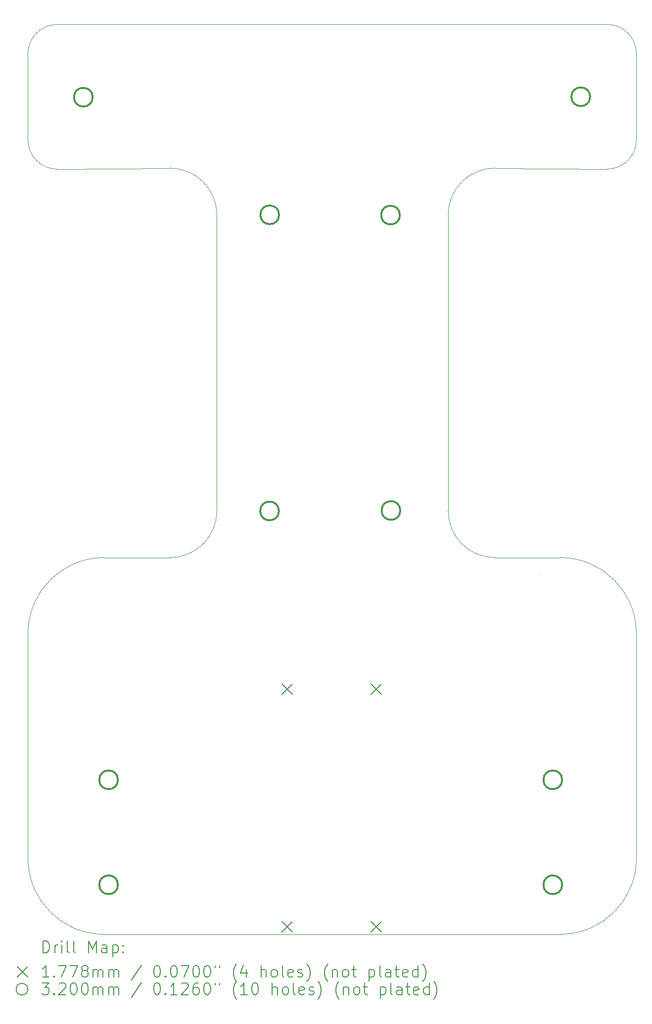
<source format=gbr>
%TF.GenerationSoftware,KiCad,Pcbnew,7.0.7*%
%TF.CreationDate,2024-02-09T12:41:04+08:00*%
%TF.ProjectId,lekirbotv2,6c656b69-7262-46f7-9476-322e6b696361,rev?*%
%TF.SameCoordinates,Original*%
%TF.FileFunction,Drillmap*%
%TF.FilePolarity,Positive*%
%FSLAX45Y45*%
G04 Gerber Fmt 4.5, Leading zero omitted, Abs format (unit mm)*
G04 Created by KiCad (PCBNEW 7.0.7) date 2024-02-09 12:41:04*
%MOMM*%
%LPD*%
G01*
G04 APERTURE LIST*
%ADD10C,0.050000*%
%ADD11C,0.200000*%
%ADD12C,0.177800*%
%ADD13C,0.320000*%
G04 APERTURE END LIST*
D10*
X7279680Y-6585104D02*
G75*
G03*
X6472984Y-5785132I-800003J-3D01*
G01*
X6479680Y-12447685D02*
X5346260Y-12447685D01*
X14460220Y-13747685D02*
X14460220Y-17591685D01*
X4046260Y-17591685D02*
G75*
G03*
X5346260Y-18891685I1300000J0D01*
G01*
X4546220Y-3327300D02*
X13960220Y-3327300D01*
X13160220Y-18891685D02*
X5346260Y-18891685D01*
X7279680Y-10320000D02*
X7279680Y-6585104D01*
X14460220Y-3827300D02*
G75*
G03*
X13960220Y-3327300I-500000J0D01*
G01*
X4546220Y-3327300D02*
G75*
G03*
X4046220Y-3827300I0J-500000D01*
G01*
X14460225Y-13747685D02*
G75*
G03*
X13160220Y-12447685I-1300005J-5D01*
G01*
X11237000Y-10320000D02*
X11237000Y-11647685D01*
X5346260Y-12447685D02*
G75*
G03*
X4046260Y-13747685I0J-1300000D01*
G01*
X13160220Y-18891685D02*
G75*
G03*
X14460220Y-17591685I0J1300000D01*
G01*
X11237005Y-11647685D02*
G75*
G03*
X12037000Y-12447685I799995J-5D01*
G01*
X14460220Y-3827300D02*
X14460220Y-5301260D01*
X4046220Y-5301260D02*
X4046220Y-3827300D01*
X12821960Y-12732165D02*
G75*
G03*
X12821960Y-12732165I0J0D01*
G01*
X4546220Y-5801260D02*
X6472984Y-5785132D01*
X12043721Y-5785158D02*
G75*
G03*
X11237000Y-6585130I-6721J-799972D01*
G01*
X6479680Y-12447685D02*
G75*
G03*
X7279680Y-11647685I0J800000D01*
G01*
X12043721Y-5785158D02*
X13960220Y-5801260D01*
X13960220Y-5801260D02*
G75*
G03*
X14460220Y-5301260I0J500000D01*
G01*
X7279680Y-10320000D02*
X7279680Y-11647685D01*
X4046220Y-5301260D02*
G75*
G03*
X4546220Y-5801260I500000J0D01*
G01*
X13160220Y-12447685D02*
X12037000Y-12447685D01*
X4046260Y-17591685D02*
X4046260Y-13747685D01*
X11237000Y-10320000D02*
X11237000Y-6585130D01*
D11*
D12*
X8394740Y-14611785D02*
X8572540Y-14789585D01*
X8572540Y-14611785D02*
X8394740Y-14789585D01*
X8394740Y-18675785D02*
X8572540Y-18853585D01*
X8572540Y-18675785D02*
X8394740Y-18853585D01*
X9918740Y-14611785D02*
X10096540Y-14789585D01*
X10096540Y-14611785D02*
X9918740Y-14789585D01*
X9918740Y-18675785D02*
X10096540Y-18853585D01*
X10096540Y-18675785D02*
X9918740Y-18853585D01*
D13*
X5153680Y-4571880D02*
G75*
G03*
X5153680Y-4571880I-160000J0D01*
G01*
X5586710Y-16249565D02*
G75*
G03*
X5586710Y-16249565I-160000J0D01*
G01*
X5586710Y-18045345D02*
G75*
G03*
X5586710Y-18045345I-160000J0D01*
G01*
X8341380Y-11650125D02*
G75*
G03*
X8341380Y-11650125I-160000J0D01*
G01*
X8343920Y-6583560D02*
G75*
G03*
X8343920Y-6583560I-160000J0D01*
G01*
X10411480Y-6588640D02*
G75*
G03*
X10411480Y-6588640I-160000J0D01*
G01*
X10419100Y-11642505D02*
G75*
G03*
X10419100Y-11642505I-160000J0D01*
G01*
X13188930Y-16249565D02*
G75*
G03*
X13188930Y-16249565I-160000J0D01*
G01*
X13188930Y-18045345D02*
G75*
G03*
X13188930Y-18045345I-160000J0D01*
G01*
X13667760Y-4564260D02*
G75*
G03*
X13667760Y-4564260I-160000J0D01*
G01*
D11*
X4304497Y-19205669D02*
X4304497Y-19005669D01*
X4304497Y-19005669D02*
X4352116Y-19005669D01*
X4352116Y-19005669D02*
X4380687Y-19015193D01*
X4380687Y-19015193D02*
X4399735Y-19034240D01*
X4399735Y-19034240D02*
X4409259Y-19053288D01*
X4409259Y-19053288D02*
X4418783Y-19091383D01*
X4418783Y-19091383D02*
X4418783Y-19119955D01*
X4418783Y-19119955D02*
X4409259Y-19158050D01*
X4409259Y-19158050D02*
X4399735Y-19177097D01*
X4399735Y-19177097D02*
X4380687Y-19196145D01*
X4380687Y-19196145D02*
X4352116Y-19205669D01*
X4352116Y-19205669D02*
X4304497Y-19205669D01*
X4504497Y-19205669D02*
X4504497Y-19072336D01*
X4504497Y-19110431D02*
X4514021Y-19091383D01*
X4514021Y-19091383D02*
X4523544Y-19081859D01*
X4523544Y-19081859D02*
X4542592Y-19072336D01*
X4542592Y-19072336D02*
X4561640Y-19072336D01*
X4628306Y-19205669D02*
X4628306Y-19072336D01*
X4628306Y-19005669D02*
X4618783Y-19015193D01*
X4618783Y-19015193D02*
X4628306Y-19024717D01*
X4628306Y-19024717D02*
X4637830Y-19015193D01*
X4637830Y-19015193D02*
X4628306Y-19005669D01*
X4628306Y-19005669D02*
X4628306Y-19024717D01*
X4752116Y-19205669D02*
X4733068Y-19196145D01*
X4733068Y-19196145D02*
X4723544Y-19177097D01*
X4723544Y-19177097D02*
X4723544Y-19005669D01*
X4856878Y-19205669D02*
X4837830Y-19196145D01*
X4837830Y-19196145D02*
X4828306Y-19177097D01*
X4828306Y-19177097D02*
X4828306Y-19005669D01*
X5085449Y-19205669D02*
X5085449Y-19005669D01*
X5085449Y-19005669D02*
X5152116Y-19148526D01*
X5152116Y-19148526D02*
X5218783Y-19005669D01*
X5218783Y-19005669D02*
X5218783Y-19205669D01*
X5399735Y-19205669D02*
X5399735Y-19100907D01*
X5399735Y-19100907D02*
X5390211Y-19081859D01*
X5390211Y-19081859D02*
X5371164Y-19072336D01*
X5371164Y-19072336D02*
X5333068Y-19072336D01*
X5333068Y-19072336D02*
X5314021Y-19081859D01*
X5399735Y-19196145D02*
X5380687Y-19205669D01*
X5380687Y-19205669D02*
X5333068Y-19205669D01*
X5333068Y-19205669D02*
X5314021Y-19196145D01*
X5314021Y-19196145D02*
X5304497Y-19177097D01*
X5304497Y-19177097D02*
X5304497Y-19158050D01*
X5304497Y-19158050D02*
X5314021Y-19139002D01*
X5314021Y-19139002D02*
X5333068Y-19129478D01*
X5333068Y-19129478D02*
X5380687Y-19129478D01*
X5380687Y-19129478D02*
X5399735Y-19119955D01*
X5494973Y-19072336D02*
X5494973Y-19272336D01*
X5494973Y-19081859D02*
X5514021Y-19072336D01*
X5514021Y-19072336D02*
X5552116Y-19072336D01*
X5552116Y-19072336D02*
X5571164Y-19081859D01*
X5571164Y-19081859D02*
X5580687Y-19091383D01*
X5580687Y-19091383D02*
X5590211Y-19110431D01*
X5590211Y-19110431D02*
X5590211Y-19167574D01*
X5590211Y-19167574D02*
X5580687Y-19186621D01*
X5580687Y-19186621D02*
X5571164Y-19196145D01*
X5571164Y-19196145D02*
X5552116Y-19205669D01*
X5552116Y-19205669D02*
X5514021Y-19205669D01*
X5514021Y-19205669D02*
X5494973Y-19196145D01*
X5675925Y-19186621D02*
X5685449Y-19196145D01*
X5685449Y-19196145D02*
X5675925Y-19205669D01*
X5675925Y-19205669D02*
X5666402Y-19196145D01*
X5666402Y-19196145D02*
X5675925Y-19186621D01*
X5675925Y-19186621D02*
X5675925Y-19205669D01*
X5675925Y-19081859D02*
X5685449Y-19091383D01*
X5685449Y-19091383D02*
X5675925Y-19100907D01*
X5675925Y-19100907D02*
X5666402Y-19091383D01*
X5666402Y-19091383D02*
X5675925Y-19081859D01*
X5675925Y-19081859D02*
X5675925Y-19100907D01*
D12*
X3865920Y-19445285D02*
X4043720Y-19623085D01*
X4043720Y-19445285D02*
X3865920Y-19623085D01*
D11*
X4409259Y-19625669D02*
X4294973Y-19625669D01*
X4352116Y-19625669D02*
X4352116Y-19425669D01*
X4352116Y-19425669D02*
X4333068Y-19454240D01*
X4333068Y-19454240D02*
X4314021Y-19473288D01*
X4314021Y-19473288D02*
X4294973Y-19482812D01*
X4494973Y-19606621D02*
X4504497Y-19616145D01*
X4504497Y-19616145D02*
X4494973Y-19625669D01*
X4494973Y-19625669D02*
X4485449Y-19616145D01*
X4485449Y-19616145D02*
X4494973Y-19606621D01*
X4494973Y-19606621D02*
X4494973Y-19625669D01*
X4571164Y-19425669D02*
X4704497Y-19425669D01*
X4704497Y-19425669D02*
X4618783Y-19625669D01*
X4761640Y-19425669D02*
X4894973Y-19425669D01*
X4894973Y-19425669D02*
X4809259Y-19625669D01*
X4999735Y-19511383D02*
X4980687Y-19501859D01*
X4980687Y-19501859D02*
X4971164Y-19492336D01*
X4971164Y-19492336D02*
X4961640Y-19473288D01*
X4961640Y-19473288D02*
X4961640Y-19463764D01*
X4961640Y-19463764D02*
X4971164Y-19444717D01*
X4971164Y-19444717D02*
X4980687Y-19435193D01*
X4980687Y-19435193D02*
X4999735Y-19425669D01*
X4999735Y-19425669D02*
X5037830Y-19425669D01*
X5037830Y-19425669D02*
X5056878Y-19435193D01*
X5056878Y-19435193D02*
X5066402Y-19444717D01*
X5066402Y-19444717D02*
X5075925Y-19463764D01*
X5075925Y-19463764D02*
X5075925Y-19473288D01*
X5075925Y-19473288D02*
X5066402Y-19492336D01*
X5066402Y-19492336D02*
X5056878Y-19501859D01*
X5056878Y-19501859D02*
X5037830Y-19511383D01*
X5037830Y-19511383D02*
X4999735Y-19511383D01*
X4999735Y-19511383D02*
X4980687Y-19520907D01*
X4980687Y-19520907D02*
X4971164Y-19530431D01*
X4971164Y-19530431D02*
X4961640Y-19549478D01*
X4961640Y-19549478D02*
X4961640Y-19587574D01*
X4961640Y-19587574D02*
X4971164Y-19606621D01*
X4971164Y-19606621D02*
X4980687Y-19616145D01*
X4980687Y-19616145D02*
X4999735Y-19625669D01*
X4999735Y-19625669D02*
X5037830Y-19625669D01*
X5037830Y-19625669D02*
X5056878Y-19616145D01*
X5056878Y-19616145D02*
X5066402Y-19606621D01*
X5066402Y-19606621D02*
X5075925Y-19587574D01*
X5075925Y-19587574D02*
X5075925Y-19549478D01*
X5075925Y-19549478D02*
X5066402Y-19530431D01*
X5066402Y-19530431D02*
X5056878Y-19520907D01*
X5056878Y-19520907D02*
X5037830Y-19511383D01*
X5161640Y-19625669D02*
X5161640Y-19492336D01*
X5161640Y-19511383D02*
X5171164Y-19501859D01*
X5171164Y-19501859D02*
X5190211Y-19492336D01*
X5190211Y-19492336D02*
X5218783Y-19492336D01*
X5218783Y-19492336D02*
X5237830Y-19501859D01*
X5237830Y-19501859D02*
X5247354Y-19520907D01*
X5247354Y-19520907D02*
X5247354Y-19625669D01*
X5247354Y-19520907D02*
X5256878Y-19501859D01*
X5256878Y-19501859D02*
X5275925Y-19492336D01*
X5275925Y-19492336D02*
X5304497Y-19492336D01*
X5304497Y-19492336D02*
X5323545Y-19501859D01*
X5323545Y-19501859D02*
X5333068Y-19520907D01*
X5333068Y-19520907D02*
X5333068Y-19625669D01*
X5428306Y-19625669D02*
X5428306Y-19492336D01*
X5428306Y-19511383D02*
X5437830Y-19501859D01*
X5437830Y-19501859D02*
X5456878Y-19492336D01*
X5456878Y-19492336D02*
X5485449Y-19492336D01*
X5485449Y-19492336D02*
X5504497Y-19501859D01*
X5504497Y-19501859D02*
X5514021Y-19520907D01*
X5514021Y-19520907D02*
X5514021Y-19625669D01*
X5514021Y-19520907D02*
X5523545Y-19501859D01*
X5523545Y-19501859D02*
X5542592Y-19492336D01*
X5542592Y-19492336D02*
X5571164Y-19492336D01*
X5571164Y-19492336D02*
X5590211Y-19501859D01*
X5590211Y-19501859D02*
X5599735Y-19520907D01*
X5599735Y-19520907D02*
X5599735Y-19625669D01*
X5990211Y-19416145D02*
X5818783Y-19673288D01*
X6247354Y-19425669D02*
X6266402Y-19425669D01*
X6266402Y-19425669D02*
X6285449Y-19435193D01*
X6285449Y-19435193D02*
X6294973Y-19444717D01*
X6294973Y-19444717D02*
X6304497Y-19463764D01*
X6304497Y-19463764D02*
X6314021Y-19501859D01*
X6314021Y-19501859D02*
X6314021Y-19549478D01*
X6314021Y-19549478D02*
X6304497Y-19587574D01*
X6304497Y-19587574D02*
X6294973Y-19606621D01*
X6294973Y-19606621D02*
X6285449Y-19616145D01*
X6285449Y-19616145D02*
X6266402Y-19625669D01*
X6266402Y-19625669D02*
X6247354Y-19625669D01*
X6247354Y-19625669D02*
X6228306Y-19616145D01*
X6228306Y-19616145D02*
X6218783Y-19606621D01*
X6218783Y-19606621D02*
X6209259Y-19587574D01*
X6209259Y-19587574D02*
X6199735Y-19549478D01*
X6199735Y-19549478D02*
X6199735Y-19501859D01*
X6199735Y-19501859D02*
X6209259Y-19463764D01*
X6209259Y-19463764D02*
X6218783Y-19444717D01*
X6218783Y-19444717D02*
X6228306Y-19435193D01*
X6228306Y-19435193D02*
X6247354Y-19425669D01*
X6399735Y-19606621D02*
X6409259Y-19616145D01*
X6409259Y-19616145D02*
X6399735Y-19625669D01*
X6399735Y-19625669D02*
X6390211Y-19616145D01*
X6390211Y-19616145D02*
X6399735Y-19606621D01*
X6399735Y-19606621D02*
X6399735Y-19625669D01*
X6533068Y-19425669D02*
X6552116Y-19425669D01*
X6552116Y-19425669D02*
X6571164Y-19435193D01*
X6571164Y-19435193D02*
X6580687Y-19444717D01*
X6580687Y-19444717D02*
X6590211Y-19463764D01*
X6590211Y-19463764D02*
X6599735Y-19501859D01*
X6599735Y-19501859D02*
X6599735Y-19549478D01*
X6599735Y-19549478D02*
X6590211Y-19587574D01*
X6590211Y-19587574D02*
X6580687Y-19606621D01*
X6580687Y-19606621D02*
X6571164Y-19616145D01*
X6571164Y-19616145D02*
X6552116Y-19625669D01*
X6552116Y-19625669D02*
X6533068Y-19625669D01*
X6533068Y-19625669D02*
X6514021Y-19616145D01*
X6514021Y-19616145D02*
X6504497Y-19606621D01*
X6504497Y-19606621D02*
X6494973Y-19587574D01*
X6494973Y-19587574D02*
X6485449Y-19549478D01*
X6485449Y-19549478D02*
X6485449Y-19501859D01*
X6485449Y-19501859D02*
X6494973Y-19463764D01*
X6494973Y-19463764D02*
X6504497Y-19444717D01*
X6504497Y-19444717D02*
X6514021Y-19435193D01*
X6514021Y-19435193D02*
X6533068Y-19425669D01*
X6666402Y-19425669D02*
X6799735Y-19425669D01*
X6799735Y-19425669D02*
X6714021Y-19625669D01*
X6914021Y-19425669D02*
X6933068Y-19425669D01*
X6933068Y-19425669D02*
X6952116Y-19435193D01*
X6952116Y-19435193D02*
X6961640Y-19444717D01*
X6961640Y-19444717D02*
X6971164Y-19463764D01*
X6971164Y-19463764D02*
X6980687Y-19501859D01*
X6980687Y-19501859D02*
X6980687Y-19549478D01*
X6980687Y-19549478D02*
X6971164Y-19587574D01*
X6971164Y-19587574D02*
X6961640Y-19606621D01*
X6961640Y-19606621D02*
X6952116Y-19616145D01*
X6952116Y-19616145D02*
X6933068Y-19625669D01*
X6933068Y-19625669D02*
X6914021Y-19625669D01*
X6914021Y-19625669D02*
X6894973Y-19616145D01*
X6894973Y-19616145D02*
X6885449Y-19606621D01*
X6885449Y-19606621D02*
X6875926Y-19587574D01*
X6875926Y-19587574D02*
X6866402Y-19549478D01*
X6866402Y-19549478D02*
X6866402Y-19501859D01*
X6866402Y-19501859D02*
X6875926Y-19463764D01*
X6875926Y-19463764D02*
X6885449Y-19444717D01*
X6885449Y-19444717D02*
X6894973Y-19435193D01*
X6894973Y-19435193D02*
X6914021Y-19425669D01*
X7104497Y-19425669D02*
X7123545Y-19425669D01*
X7123545Y-19425669D02*
X7142592Y-19435193D01*
X7142592Y-19435193D02*
X7152116Y-19444717D01*
X7152116Y-19444717D02*
X7161640Y-19463764D01*
X7161640Y-19463764D02*
X7171164Y-19501859D01*
X7171164Y-19501859D02*
X7171164Y-19549478D01*
X7171164Y-19549478D02*
X7161640Y-19587574D01*
X7161640Y-19587574D02*
X7152116Y-19606621D01*
X7152116Y-19606621D02*
X7142592Y-19616145D01*
X7142592Y-19616145D02*
X7123545Y-19625669D01*
X7123545Y-19625669D02*
X7104497Y-19625669D01*
X7104497Y-19625669D02*
X7085449Y-19616145D01*
X7085449Y-19616145D02*
X7075926Y-19606621D01*
X7075926Y-19606621D02*
X7066402Y-19587574D01*
X7066402Y-19587574D02*
X7056878Y-19549478D01*
X7056878Y-19549478D02*
X7056878Y-19501859D01*
X7056878Y-19501859D02*
X7066402Y-19463764D01*
X7066402Y-19463764D02*
X7075926Y-19444717D01*
X7075926Y-19444717D02*
X7085449Y-19435193D01*
X7085449Y-19435193D02*
X7104497Y-19425669D01*
X7247354Y-19425669D02*
X7247354Y-19463764D01*
X7323545Y-19425669D02*
X7323545Y-19463764D01*
X7618783Y-19701859D02*
X7609259Y-19692336D01*
X7609259Y-19692336D02*
X7590211Y-19663764D01*
X7590211Y-19663764D02*
X7580688Y-19644717D01*
X7580688Y-19644717D02*
X7571164Y-19616145D01*
X7571164Y-19616145D02*
X7561640Y-19568526D01*
X7561640Y-19568526D02*
X7561640Y-19530431D01*
X7561640Y-19530431D02*
X7571164Y-19482812D01*
X7571164Y-19482812D02*
X7580688Y-19454240D01*
X7580688Y-19454240D02*
X7590211Y-19435193D01*
X7590211Y-19435193D02*
X7609259Y-19406621D01*
X7609259Y-19406621D02*
X7618783Y-19397097D01*
X7780688Y-19492336D02*
X7780688Y-19625669D01*
X7733068Y-19416145D02*
X7685449Y-19559002D01*
X7685449Y-19559002D02*
X7809259Y-19559002D01*
X8037830Y-19625669D02*
X8037830Y-19425669D01*
X8123545Y-19625669D02*
X8123545Y-19520907D01*
X8123545Y-19520907D02*
X8114021Y-19501859D01*
X8114021Y-19501859D02*
X8094973Y-19492336D01*
X8094973Y-19492336D02*
X8066402Y-19492336D01*
X8066402Y-19492336D02*
X8047354Y-19501859D01*
X8047354Y-19501859D02*
X8037830Y-19511383D01*
X8247354Y-19625669D02*
X8228307Y-19616145D01*
X8228307Y-19616145D02*
X8218783Y-19606621D01*
X8218783Y-19606621D02*
X8209259Y-19587574D01*
X8209259Y-19587574D02*
X8209259Y-19530431D01*
X8209259Y-19530431D02*
X8218783Y-19511383D01*
X8218783Y-19511383D02*
X8228307Y-19501859D01*
X8228307Y-19501859D02*
X8247354Y-19492336D01*
X8247354Y-19492336D02*
X8275926Y-19492336D01*
X8275926Y-19492336D02*
X8294973Y-19501859D01*
X8294973Y-19501859D02*
X8304497Y-19511383D01*
X8304497Y-19511383D02*
X8314021Y-19530431D01*
X8314021Y-19530431D02*
X8314021Y-19587574D01*
X8314021Y-19587574D02*
X8304497Y-19606621D01*
X8304497Y-19606621D02*
X8294973Y-19616145D01*
X8294973Y-19616145D02*
X8275926Y-19625669D01*
X8275926Y-19625669D02*
X8247354Y-19625669D01*
X8428307Y-19625669D02*
X8409259Y-19616145D01*
X8409259Y-19616145D02*
X8399735Y-19597097D01*
X8399735Y-19597097D02*
X8399735Y-19425669D01*
X8580688Y-19616145D02*
X8561640Y-19625669D01*
X8561640Y-19625669D02*
X8523545Y-19625669D01*
X8523545Y-19625669D02*
X8504497Y-19616145D01*
X8504497Y-19616145D02*
X8494973Y-19597097D01*
X8494973Y-19597097D02*
X8494973Y-19520907D01*
X8494973Y-19520907D02*
X8504497Y-19501859D01*
X8504497Y-19501859D02*
X8523545Y-19492336D01*
X8523545Y-19492336D02*
X8561640Y-19492336D01*
X8561640Y-19492336D02*
X8580688Y-19501859D01*
X8580688Y-19501859D02*
X8590212Y-19520907D01*
X8590212Y-19520907D02*
X8590212Y-19539955D01*
X8590212Y-19539955D02*
X8494973Y-19559002D01*
X8666402Y-19616145D02*
X8685450Y-19625669D01*
X8685450Y-19625669D02*
X8723545Y-19625669D01*
X8723545Y-19625669D02*
X8742593Y-19616145D01*
X8742593Y-19616145D02*
X8752116Y-19597097D01*
X8752116Y-19597097D02*
X8752116Y-19587574D01*
X8752116Y-19587574D02*
X8742593Y-19568526D01*
X8742593Y-19568526D02*
X8723545Y-19559002D01*
X8723545Y-19559002D02*
X8694973Y-19559002D01*
X8694973Y-19559002D02*
X8675926Y-19549478D01*
X8675926Y-19549478D02*
X8666402Y-19530431D01*
X8666402Y-19530431D02*
X8666402Y-19520907D01*
X8666402Y-19520907D02*
X8675926Y-19501859D01*
X8675926Y-19501859D02*
X8694973Y-19492336D01*
X8694973Y-19492336D02*
X8723545Y-19492336D01*
X8723545Y-19492336D02*
X8742593Y-19501859D01*
X8818783Y-19701859D02*
X8828307Y-19692336D01*
X8828307Y-19692336D02*
X8847354Y-19663764D01*
X8847354Y-19663764D02*
X8856878Y-19644717D01*
X8856878Y-19644717D02*
X8866402Y-19616145D01*
X8866402Y-19616145D02*
X8875926Y-19568526D01*
X8875926Y-19568526D02*
X8875926Y-19530431D01*
X8875926Y-19530431D02*
X8866402Y-19482812D01*
X8866402Y-19482812D02*
X8856878Y-19454240D01*
X8856878Y-19454240D02*
X8847354Y-19435193D01*
X8847354Y-19435193D02*
X8828307Y-19406621D01*
X8828307Y-19406621D02*
X8818783Y-19397097D01*
X9180688Y-19701859D02*
X9171164Y-19692336D01*
X9171164Y-19692336D02*
X9152116Y-19663764D01*
X9152116Y-19663764D02*
X9142593Y-19644717D01*
X9142593Y-19644717D02*
X9133069Y-19616145D01*
X9133069Y-19616145D02*
X9123545Y-19568526D01*
X9123545Y-19568526D02*
X9123545Y-19530431D01*
X9123545Y-19530431D02*
X9133069Y-19482812D01*
X9133069Y-19482812D02*
X9142593Y-19454240D01*
X9142593Y-19454240D02*
X9152116Y-19435193D01*
X9152116Y-19435193D02*
X9171164Y-19406621D01*
X9171164Y-19406621D02*
X9180688Y-19397097D01*
X9256878Y-19492336D02*
X9256878Y-19625669D01*
X9256878Y-19511383D02*
X9266402Y-19501859D01*
X9266402Y-19501859D02*
X9285450Y-19492336D01*
X9285450Y-19492336D02*
X9314021Y-19492336D01*
X9314021Y-19492336D02*
X9333069Y-19501859D01*
X9333069Y-19501859D02*
X9342593Y-19520907D01*
X9342593Y-19520907D02*
X9342593Y-19625669D01*
X9466402Y-19625669D02*
X9447354Y-19616145D01*
X9447354Y-19616145D02*
X9437831Y-19606621D01*
X9437831Y-19606621D02*
X9428307Y-19587574D01*
X9428307Y-19587574D02*
X9428307Y-19530431D01*
X9428307Y-19530431D02*
X9437831Y-19511383D01*
X9437831Y-19511383D02*
X9447354Y-19501859D01*
X9447354Y-19501859D02*
X9466402Y-19492336D01*
X9466402Y-19492336D02*
X9494974Y-19492336D01*
X9494974Y-19492336D02*
X9514021Y-19501859D01*
X9514021Y-19501859D02*
X9523545Y-19511383D01*
X9523545Y-19511383D02*
X9533069Y-19530431D01*
X9533069Y-19530431D02*
X9533069Y-19587574D01*
X9533069Y-19587574D02*
X9523545Y-19606621D01*
X9523545Y-19606621D02*
X9514021Y-19616145D01*
X9514021Y-19616145D02*
X9494974Y-19625669D01*
X9494974Y-19625669D02*
X9466402Y-19625669D01*
X9590212Y-19492336D02*
X9666402Y-19492336D01*
X9618783Y-19425669D02*
X9618783Y-19597097D01*
X9618783Y-19597097D02*
X9628307Y-19616145D01*
X9628307Y-19616145D02*
X9647354Y-19625669D01*
X9647354Y-19625669D02*
X9666402Y-19625669D01*
X9885450Y-19492336D02*
X9885450Y-19692336D01*
X9885450Y-19501859D02*
X9904497Y-19492336D01*
X9904497Y-19492336D02*
X9942593Y-19492336D01*
X9942593Y-19492336D02*
X9961640Y-19501859D01*
X9961640Y-19501859D02*
X9971164Y-19511383D01*
X9971164Y-19511383D02*
X9980688Y-19530431D01*
X9980688Y-19530431D02*
X9980688Y-19587574D01*
X9980688Y-19587574D02*
X9971164Y-19606621D01*
X9971164Y-19606621D02*
X9961640Y-19616145D01*
X9961640Y-19616145D02*
X9942593Y-19625669D01*
X9942593Y-19625669D02*
X9904497Y-19625669D01*
X9904497Y-19625669D02*
X9885450Y-19616145D01*
X10094974Y-19625669D02*
X10075926Y-19616145D01*
X10075926Y-19616145D02*
X10066402Y-19597097D01*
X10066402Y-19597097D02*
X10066402Y-19425669D01*
X10256878Y-19625669D02*
X10256878Y-19520907D01*
X10256878Y-19520907D02*
X10247355Y-19501859D01*
X10247355Y-19501859D02*
X10228307Y-19492336D01*
X10228307Y-19492336D02*
X10190212Y-19492336D01*
X10190212Y-19492336D02*
X10171164Y-19501859D01*
X10256878Y-19616145D02*
X10237831Y-19625669D01*
X10237831Y-19625669D02*
X10190212Y-19625669D01*
X10190212Y-19625669D02*
X10171164Y-19616145D01*
X10171164Y-19616145D02*
X10161640Y-19597097D01*
X10161640Y-19597097D02*
X10161640Y-19578050D01*
X10161640Y-19578050D02*
X10171164Y-19559002D01*
X10171164Y-19559002D02*
X10190212Y-19549478D01*
X10190212Y-19549478D02*
X10237831Y-19549478D01*
X10237831Y-19549478D02*
X10256878Y-19539955D01*
X10323545Y-19492336D02*
X10399735Y-19492336D01*
X10352116Y-19425669D02*
X10352116Y-19597097D01*
X10352116Y-19597097D02*
X10361640Y-19616145D01*
X10361640Y-19616145D02*
X10380688Y-19625669D01*
X10380688Y-19625669D02*
X10399735Y-19625669D01*
X10542593Y-19616145D02*
X10523545Y-19625669D01*
X10523545Y-19625669D02*
X10485450Y-19625669D01*
X10485450Y-19625669D02*
X10466402Y-19616145D01*
X10466402Y-19616145D02*
X10456878Y-19597097D01*
X10456878Y-19597097D02*
X10456878Y-19520907D01*
X10456878Y-19520907D02*
X10466402Y-19501859D01*
X10466402Y-19501859D02*
X10485450Y-19492336D01*
X10485450Y-19492336D02*
X10523545Y-19492336D01*
X10523545Y-19492336D02*
X10542593Y-19501859D01*
X10542593Y-19501859D02*
X10552116Y-19520907D01*
X10552116Y-19520907D02*
X10552116Y-19539955D01*
X10552116Y-19539955D02*
X10456878Y-19559002D01*
X10723545Y-19625669D02*
X10723545Y-19425669D01*
X10723545Y-19616145D02*
X10704497Y-19625669D01*
X10704497Y-19625669D02*
X10666402Y-19625669D01*
X10666402Y-19625669D02*
X10647355Y-19616145D01*
X10647355Y-19616145D02*
X10637831Y-19606621D01*
X10637831Y-19606621D02*
X10628307Y-19587574D01*
X10628307Y-19587574D02*
X10628307Y-19530431D01*
X10628307Y-19530431D02*
X10637831Y-19511383D01*
X10637831Y-19511383D02*
X10647355Y-19501859D01*
X10647355Y-19501859D02*
X10666402Y-19492336D01*
X10666402Y-19492336D02*
X10704497Y-19492336D01*
X10704497Y-19492336D02*
X10723545Y-19501859D01*
X10799736Y-19701859D02*
X10809259Y-19692336D01*
X10809259Y-19692336D02*
X10828307Y-19663764D01*
X10828307Y-19663764D02*
X10837831Y-19644717D01*
X10837831Y-19644717D02*
X10847355Y-19616145D01*
X10847355Y-19616145D02*
X10856878Y-19568526D01*
X10856878Y-19568526D02*
X10856878Y-19530431D01*
X10856878Y-19530431D02*
X10847355Y-19482812D01*
X10847355Y-19482812D02*
X10837831Y-19454240D01*
X10837831Y-19454240D02*
X10828307Y-19435193D01*
X10828307Y-19435193D02*
X10809259Y-19406621D01*
X10809259Y-19406621D02*
X10799736Y-19397097D01*
X4043720Y-19831985D02*
G75*
G03*
X4043720Y-19831985I-100000J0D01*
G01*
X4285449Y-19723469D02*
X4409259Y-19723469D01*
X4409259Y-19723469D02*
X4342592Y-19799659D01*
X4342592Y-19799659D02*
X4371164Y-19799659D01*
X4371164Y-19799659D02*
X4390211Y-19809183D01*
X4390211Y-19809183D02*
X4399735Y-19818707D01*
X4399735Y-19818707D02*
X4409259Y-19837755D01*
X4409259Y-19837755D02*
X4409259Y-19885374D01*
X4409259Y-19885374D02*
X4399735Y-19904421D01*
X4399735Y-19904421D02*
X4390211Y-19913945D01*
X4390211Y-19913945D02*
X4371164Y-19923469D01*
X4371164Y-19923469D02*
X4314021Y-19923469D01*
X4314021Y-19923469D02*
X4294973Y-19913945D01*
X4294973Y-19913945D02*
X4285449Y-19904421D01*
X4494973Y-19904421D02*
X4504497Y-19913945D01*
X4504497Y-19913945D02*
X4494973Y-19923469D01*
X4494973Y-19923469D02*
X4485449Y-19913945D01*
X4485449Y-19913945D02*
X4494973Y-19904421D01*
X4494973Y-19904421D02*
X4494973Y-19923469D01*
X4580687Y-19742517D02*
X4590211Y-19732993D01*
X4590211Y-19732993D02*
X4609259Y-19723469D01*
X4609259Y-19723469D02*
X4656878Y-19723469D01*
X4656878Y-19723469D02*
X4675925Y-19732993D01*
X4675925Y-19732993D02*
X4685449Y-19742517D01*
X4685449Y-19742517D02*
X4694973Y-19761564D01*
X4694973Y-19761564D02*
X4694973Y-19780612D01*
X4694973Y-19780612D02*
X4685449Y-19809183D01*
X4685449Y-19809183D02*
X4571164Y-19923469D01*
X4571164Y-19923469D02*
X4694973Y-19923469D01*
X4818783Y-19723469D02*
X4837830Y-19723469D01*
X4837830Y-19723469D02*
X4856878Y-19732993D01*
X4856878Y-19732993D02*
X4866402Y-19742517D01*
X4866402Y-19742517D02*
X4875925Y-19761564D01*
X4875925Y-19761564D02*
X4885449Y-19799659D01*
X4885449Y-19799659D02*
X4885449Y-19847278D01*
X4885449Y-19847278D02*
X4875925Y-19885374D01*
X4875925Y-19885374D02*
X4866402Y-19904421D01*
X4866402Y-19904421D02*
X4856878Y-19913945D01*
X4856878Y-19913945D02*
X4837830Y-19923469D01*
X4837830Y-19923469D02*
X4818783Y-19923469D01*
X4818783Y-19923469D02*
X4799735Y-19913945D01*
X4799735Y-19913945D02*
X4790211Y-19904421D01*
X4790211Y-19904421D02*
X4780687Y-19885374D01*
X4780687Y-19885374D02*
X4771164Y-19847278D01*
X4771164Y-19847278D02*
X4771164Y-19799659D01*
X4771164Y-19799659D02*
X4780687Y-19761564D01*
X4780687Y-19761564D02*
X4790211Y-19742517D01*
X4790211Y-19742517D02*
X4799735Y-19732993D01*
X4799735Y-19732993D02*
X4818783Y-19723469D01*
X5009259Y-19723469D02*
X5028306Y-19723469D01*
X5028306Y-19723469D02*
X5047354Y-19732993D01*
X5047354Y-19732993D02*
X5056878Y-19742517D01*
X5056878Y-19742517D02*
X5066402Y-19761564D01*
X5066402Y-19761564D02*
X5075925Y-19799659D01*
X5075925Y-19799659D02*
X5075925Y-19847278D01*
X5075925Y-19847278D02*
X5066402Y-19885374D01*
X5066402Y-19885374D02*
X5056878Y-19904421D01*
X5056878Y-19904421D02*
X5047354Y-19913945D01*
X5047354Y-19913945D02*
X5028306Y-19923469D01*
X5028306Y-19923469D02*
X5009259Y-19923469D01*
X5009259Y-19923469D02*
X4990211Y-19913945D01*
X4990211Y-19913945D02*
X4980687Y-19904421D01*
X4980687Y-19904421D02*
X4971164Y-19885374D01*
X4971164Y-19885374D02*
X4961640Y-19847278D01*
X4961640Y-19847278D02*
X4961640Y-19799659D01*
X4961640Y-19799659D02*
X4971164Y-19761564D01*
X4971164Y-19761564D02*
X4980687Y-19742517D01*
X4980687Y-19742517D02*
X4990211Y-19732993D01*
X4990211Y-19732993D02*
X5009259Y-19723469D01*
X5161640Y-19923469D02*
X5161640Y-19790136D01*
X5161640Y-19809183D02*
X5171164Y-19799659D01*
X5171164Y-19799659D02*
X5190211Y-19790136D01*
X5190211Y-19790136D02*
X5218783Y-19790136D01*
X5218783Y-19790136D02*
X5237830Y-19799659D01*
X5237830Y-19799659D02*
X5247354Y-19818707D01*
X5247354Y-19818707D02*
X5247354Y-19923469D01*
X5247354Y-19818707D02*
X5256878Y-19799659D01*
X5256878Y-19799659D02*
X5275925Y-19790136D01*
X5275925Y-19790136D02*
X5304497Y-19790136D01*
X5304497Y-19790136D02*
X5323545Y-19799659D01*
X5323545Y-19799659D02*
X5333068Y-19818707D01*
X5333068Y-19818707D02*
X5333068Y-19923469D01*
X5428306Y-19923469D02*
X5428306Y-19790136D01*
X5428306Y-19809183D02*
X5437830Y-19799659D01*
X5437830Y-19799659D02*
X5456878Y-19790136D01*
X5456878Y-19790136D02*
X5485449Y-19790136D01*
X5485449Y-19790136D02*
X5504497Y-19799659D01*
X5504497Y-19799659D02*
X5514021Y-19818707D01*
X5514021Y-19818707D02*
X5514021Y-19923469D01*
X5514021Y-19818707D02*
X5523545Y-19799659D01*
X5523545Y-19799659D02*
X5542592Y-19790136D01*
X5542592Y-19790136D02*
X5571164Y-19790136D01*
X5571164Y-19790136D02*
X5590211Y-19799659D01*
X5590211Y-19799659D02*
X5599735Y-19818707D01*
X5599735Y-19818707D02*
X5599735Y-19923469D01*
X5990211Y-19713945D02*
X5818783Y-19971088D01*
X6247354Y-19723469D02*
X6266402Y-19723469D01*
X6266402Y-19723469D02*
X6285449Y-19732993D01*
X6285449Y-19732993D02*
X6294973Y-19742517D01*
X6294973Y-19742517D02*
X6304497Y-19761564D01*
X6304497Y-19761564D02*
X6314021Y-19799659D01*
X6314021Y-19799659D02*
X6314021Y-19847278D01*
X6314021Y-19847278D02*
X6304497Y-19885374D01*
X6304497Y-19885374D02*
X6294973Y-19904421D01*
X6294973Y-19904421D02*
X6285449Y-19913945D01*
X6285449Y-19913945D02*
X6266402Y-19923469D01*
X6266402Y-19923469D02*
X6247354Y-19923469D01*
X6247354Y-19923469D02*
X6228306Y-19913945D01*
X6228306Y-19913945D02*
X6218783Y-19904421D01*
X6218783Y-19904421D02*
X6209259Y-19885374D01*
X6209259Y-19885374D02*
X6199735Y-19847278D01*
X6199735Y-19847278D02*
X6199735Y-19799659D01*
X6199735Y-19799659D02*
X6209259Y-19761564D01*
X6209259Y-19761564D02*
X6218783Y-19742517D01*
X6218783Y-19742517D02*
X6228306Y-19732993D01*
X6228306Y-19732993D02*
X6247354Y-19723469D01*
X6399735Y-19904421D02*
X6409259Y-19913945D01*
X6409259Y-19913945D02*
X6399735Y-19923469D01*
X6399735Y-19923469D02*
X6390211Y-19913945D01*
X6390211Y-19913945D02*
X6399735Y-19904421D01*
X6399735Y-19904421D02*
X6399735Y-19923469D01*
X6599735Y-19923469D02*
X6485449Y-19923469D01*
X6542592Y-19923469D02*
X6542592Y-19723469D01*
X6542592Y-19723469D02*
X6523545Y-19752040D01*
X6523545Y-19752040D02*
X6504497Y-19771088D01*
X6504497Y-19771088D02*
X6485449Y-19780612D01*
X6675926Y-19742517D02*
X6685449Y-19732993D01*
X6685449Y-19732993D02*
X6704497Y-19723469D01*
X6704497Y-19723469D02*
X6752116Y-19723469D01*
X6752116Y-19723469D02*
X6771164Y-19732993D01*
X6771164Y-19732993D02*
X6780687Y-19742517D01*
X6780687Y-19742517D02*
X6790211Y-19761564D01*
X6790211Y-19761564D02*
X6790211Y-19780612D01*
X6790211Y-19780612D02*
X6780687Y-19809183D01*
X6780687Y-19809183D02*
X6666402Y-19923469D01*
X6666402Y-19923469D02*
X6790211Y-19923469D01*
X6961640Y-19723469D02*
X6923545Y-19723469D01*
X6923545Y-19723469D02*
X6904497Y-19732993D01*
X6904497Y-19732993D02*
X6894973Y-19742517D01*
X6894973Y-19742517D02*
X6875926Y-19771088D01*
X6875926Y-19771088D02*
X6866402Y-19809183D01*
X6866402Y-19809183D02*
X6866402Y-19885374D01*
X6866402Y-19885374D02*
X6875926Y-19904421D01*
X6875926Y-19904421D02*
X6885449Y-19913945D01*
X6885449Y-19913945D02*
X6904497Y-19923469D01*
X6904497Y-19923469D02*
X6942592Y-19923469D01*
X6942592Y-19923469D02*
X6961640Y-19913945D01*
X6961640Y-19913945D02*
X6971164Y-19904421D01*
X6971164Y-19904421D02*
X6980687Y-19885374D01*
X6980687Y-19885374D02*
X6980687Y-19837755D01*
X6980687Y-19837755D02*
X6971164Y-19818707D01*
X6971164Y-19818707D02*
X6961640Y-19809183D01*
X6961640Y-19809183D02*
X6942592Y-19799659D01*
X6942592Y-19799659D02*
X6904497Y-19799659D01*
X6904497Y-19799659D02*
X6885449Y-19809183D01*
X6885449Y-19809183D02*
X6875926Y-19818707D01*
X6875926Y-19818707D02*
X6866402Y-19837755D01*
X7104497Y-19723469D02*
X7123545Y-19723469D01*
X7123545Y-19723469D02*
X7142592Y-19732993D01*
X7142592Y-19732993D02*
X7152116Y-19742517D01*
X7152116Y-19742517D02*
X7161640Y-19761564D01*
X7161640Y-19761564D02*
X7171164Y-19799659D01*
X7171164Y-19799659D02*
X7171164Y-19847278D01*
X7171164Y-19847278D02*
X7161640Y-19885374D01*
X7161640Y-19885374D02*
X7152116Y-19904421D01*
X7152116Y-19904421D02*
X7142592Y-19913945D01*
X7142592Y-19913945D02*
X7123545Y-19923469D01*
X7123545Y-19923469D02*
X7104497Y-19923469D01*
X7104497Y-19923469D02*
X7085449Y-19913945D01*
X7085449Y-19913945D02*
X7075926Y-19904421D01*
X7075926Y-19904421D02*
X7066402Y-19885374D01*
X7066402Y-19885374D02*
X7056878Y-19847278D01*
X7056878Y-19847278D02*
X7056878Y-19799659D01*
X7056878Y-19799659D02*
X7066402Y-19761564D01*
X7066402Y-19761564D02*
X7075926Y-19742517D01*
X7075926Y-19742517D02*
X7085449Y-19732993D01*
X7085449Y-19732993D02*
X7104497Y-19723469D01*
X7247354Y-19723469D02*
X7247354Y-19761564D01*
X7323545Y-19723469D02*
X7323545Y-19761564D01*
X7618783Y-19999659D02*
X7609259Y-19990136D01*
X7609259Y-19990136D02*
X7590211Y-19961564D01*
X7590211Y-19961564D02*
X7580688Y-19942517D01*
X7580688Y-19942517D02*
X7571164Y-19913945D01*
X7571164Y-19913945D02*
X7561640Y-19866326D01*
X7561640Y-19866326D02*
X7561640Y-19828231D01*
X7561640Y-19828231D02*
X7571164Y-19780612D01*
X7571164Y-19780612D02*
X7580688Y-19752040D01*
X7580688Y-19752040D02*
X7590211Y-19732993D01*
X7590211Y-19732993D02*
X7609259Y-19704421D01*
X7609259Y-19704421D02*
X7618783Y-19694897D01*
X7799735Y-19923469D02*
X7685449Y-19923469D01*
X7742592Y-19923469D02*
X7742592Y-19723469D01*
X7742592Y-19723469D02*
X7723545Y-19752040D01*
X7723545Y-19752040D02*
X7704497Y-19771088D01*
X7704497Y-19771088D02*
X7685449Y-19780612D01*
X7923545Y-19723469D02*
X7942592Y-19723469D01*
X7942592Y-19723469D02*
X7961640Y-19732993D01*
X7961640Y-19732993D02*
X7971164Y-19742517D01*
X7971164Y-19742517D02*
X7980688Y-19761564D01*
X7980688Y-19761564D02*
X7990211Y-19799659D01*
X7990211Y-19799659D02*
X7990211Y-19847278D01*
X7990211Y-19847278D02*
X7980688Y-19885374D01*
X7980688Y-19885374D02*
X7971164Y-19904421D01*
X7971164Y-19904421D02*
X7961640Y-19913945D01*
X7961640Y-19913945D02*
X7942592Y-19923469D01*
X7942592Y-19923469D02*
X7923545Y-19923469D01*
X7923545Y-19923469D02*
X7904497Y-19913945D01*
X7904497Y-19913945D02*
X7894973Y-19904421D01*
X7894973Y-19904421D02*
X7885449Y-19885374D01*
X7885449Y-19885374D02*
X7875926Y-19847278D01*
X7875926Y-19847278D02*
X7875926Y-19799659D01*
X7875926Y-19799659D02*
X7885449Y-19761564D01*
X7885449Y-19761564D02*
X7894973Y-19742517D01*
X7894973Y-19742517D02*
X7904497Y-19732993D01*
X7904497Y-19732993D02*
X7923545Y-19723469D01*
X8228307Y-19923469D02*
X8228307Y-19723469D01*
X8314021Y-19923469D02*
X8314021Y-19818707D01*
X8314021Y-19818707D02*
X8304497Y-19799659D01*
X8304497Y-19799659D02*
X8285450Y-19790136D01*
X8285450Y-19790136D02*
X8256878Y-19790136D01*
X8256878Y-19790136D02*
X8237830Y-19799659D01*
X8237830Y-19799659D02*
X8228307Y-19809183D01*
X8437831Y-19923469D02*
X8418783Y-19913945D01*
X8418783Y-19913945D02*
X8409259Y-19904421D01*
X8409259Y-19904421D02*
X8399735Y-19885374D01*
X8399735Y-19885374D02*
X8399735Y-19828231D01*
X8399735Y-19828231D02*
X8409259Y-19809183D01*
X8409259Y-19809183D02*
X8418783Y-19799659D01*
X8418783Y-19799659D02*
X8437831Y-19790136D01*
X8437831Y-19790136D02*
X8466402Y-19790136D01*
X8466402Y-19790136D02*
X8485450Y-19799659D01*
X8485450Y-19799659D02*
X8494973Y-19809183D01*
X8494973Y-19809183D02*
X8504497Y-19828231D01*
X8504497Y-19828231D02*
X8504497Y-19885374D01*
X8504497Y-19885374D02*
X8494973Y-19904421D01*
X8494973Y-19904421D02*
X8485450Y-19913945D01*
X8485450Y-19913945D02*
X8466402Y-19923469D01*
X8466402Y-19923469D02*
X8437831Y-19923469D01*
X8618783Y-19923469D02*
X8599735Y-19913945D01*
X8599735Y-19913945D02*
X8590212Y-19894897D01*
X8590212Y-19894897D02*
X8590212Y-19723469D01*
X8771164Y-19913945D02*
X8752116Y-19923469D01*
X8752116Y-19923469D02*
X8714021Y-19923469D01*
X8714021Y-19923469D02*
X8694973Y-19913945D01*
X8694973Y-19913945D02*
X8685450Y-19894897D01*
X8685450Y-19894897D02*
X8685450Y-19818707D01*
X8685450Y-19818707D02*
X8694973Y-19799659D01*
X8694973Y-19799659D02*
X8714021Y-19790136D01*
X8714021Y-19790136D02*
X8752116Y-19790136D01*
X8752116Y-19790136D02*
X8771164Y-19799659D01*
X8771164Y-19799659D02*
X8780688Y-19818707D01*
X8780688Y-19818707D02*
X8780688Y-19837755D01*
X8780688Y-19837755D02*
X8685450Y-19856802D01*
X8856878Y-19913945D02*
X8875926Y-19923469D01*
X8875926Y-19923469D02*
X8914021Y-19923469D01*
X8914021Y-19923469D02*
X8933069Y-19913945D01*
X8933069Y-19913945D02*
X8942593Y-19894897D01*
X8942593Y-19894897D02*
X8942593Y-19885374D01*
X8942593Y-19885374D02*
X8933069Y-19866326D01*
X8933069Y-19866326D02*
X8914021Y-19856802D01*
X8914021Y-19856802D02*
X8885450Y-19856802D01*
X8885450Y-19856802D02*
X8866402Y-19847278D01*
X8866402Y-19847278D02*
X8856878Y-19828231D01*
X8856878Y-19828231D02*
X8856878Y-19818707D01*
X8856878Y-19818707D02*
X8866402Y-19799659D01*
X8866402Y-19799659D02*
X8885450Y-19790136D01*
X8885450Y-19790136D02*
X8914021Y-19790136D01*
X8914021Y-19790136D02*
X8933069Y-19799659D01*
X9009259Y-19999659D02*
X9018783Y-19990136D01*
X9018783Y-19990136D02*
X9037831Y-19961564D01*
X9037831Y-19961564D02*
X9047354Y-19942517D01*
X9047354Y-19942517D02*
X9056878Y-19913945D01*
X9056878Y-19913945D02*
X9066402Y-19866326D01*
X9066402Y-19866326D02*
X9066402Y-19828231D01*
X9066402Y-19828231D02*
X9056878Y-19780612D01*
X9056878Y-19780612D02*
X9047354Y-19752040D01*
X9047354Y-19752040D02*
X9037831Y-19732993D01*
X9037831Y-19732993D02*
X9018783Y-19704421D01*
X9018783Y-19704421D02*
X9009259Y-19694897D01*
X9371164Y-19999659D02*
X9361640Y-19990136D01*
X9361640Y-19990136D02*
X9342593Y-19961564D01*
X9342593Y-19961564D02*
X9333069Y-19942517D01*
X9333069Y-19942517D02*
X9323545Y-19913945D01*
X9323545Y-19913945D02*
X9314021Y-19866326D01*
X9314021Y-19866326D02*
X9314021Y-19828231D01*
X9314021Y-19828231D02*
X9323545Y-19780612D01*
X9323545Y-19780612D02*
X9333069Y-19752040D01*
X9333069Y-19752040D02*
X9342593Y-19732993D01*
X9342593Y-19732993D02*
X9361640Y-19704421D01*
X9361640Y-19704421D02*
X9371164Y-19694897D01*
X9447354Y-19790136D02*
X9447354Y-19923469D01*
X9447354Y-19809183D02*
X9456878Y-19799659D01*
X9456878Y-19799659D02*
X9475926Y-19790136D01*
X9475926Y-19790136D02*
X9504497Y-19790136D01*
X9504497Y-19790136D02*
X9523545Y-19799659D01*
X9523545Y-19799659D02*
X9533069Y-19818707D01*
X9533069Y-19818707D02*
X9533069Y-19923469D01*
X9656878Y-19923469D02*
X9637831Y-19913945D01*
X9637831Y-19913945D02*
X9628307Y-19904421D01*
X9628307Y-19904421D02*
X9618783Y-19885374D01*
X9618783Y-19885374D02*
X9618783Y-19828231D01*
X9618783Y-19828231D02*
X9628307Y-19809183D01*
X9628307Y-19809183D02*
X9637831Y-19799659D01*
X9637831Y-19799659D02*
X9656878Y-19790136D01*
X9656878Y-19790136D02*
X9685450Y-19790136D01*
X9685450Y-19790136D02*
X9704497Y-19799659D01*
X9704497Y-19799659D02*
X9714021Y-19809183D01*
X9714021Y-19809183D02*
X9723545Y-19828231D01*
X9723545Y-19828231D02*
X9723545Y-19885374D01*
X9723545Y-19885374D02*
X9714021Y-19904421D01*
X9714021Y-19904421D02*
X9704497Y-19913945D01*
X9704497Y-19913945D02*
X9685450Y-19923469D01*
X9685450Y-19923469D02*
X9656878Y-19923469D01*
X9780688Y-19790136D02*
X9856878Y-19790136D01*
X9809259Y-19723469D02*
X9809259Y-19894897D01*
X9809259Y-19894897D02*
X9818783Y-19913945D01*
X9818783Y-19913945D02*
X9837831Y-19923469D01*
X9837831Y-19923469D02*
X9856878Y-19923469D01*
X10075926Y-19790136D02*
X10075926Y-19990136D01*
X10075926Y-19799659D02*
X10094974Y-19790136D01*
X10094974Y-19790136D02*
X10133069Y-19790136D01*
X10133069Y-19790136D02*
X10152116Y-19799659D01*
X10152116Y-19799659D02*
X10161640Y-19809183D01*
X10161640Y-19809183D02*
X10171164Y-19828231D01*
X10171164Y-19828231D02*
X10171164Y-19885374D01*
X10171164Y-19885374D02*
X10161640Y-19904421D01*
X10161640Y-19904421D02*
X10152116Y-19913945D01*
X10152116Y-19913945D02*
X10133069Y-19923469D01*
X10133069Y-19923469D02*
X10094974Y-19923469D01*
X10094974Y-19923469D02*
X10075926Y-19913945D01*
X10285450Y-19923469D02*
X10266402Y-19913945D01*
X10266402Y-19913945D02*
X10256878Y-19894897D01*
X10256878Y-19894897D02*
X10256878Y-19723469D01*
X10447355Y-19923469D02*
X10447355Y-19818707D01*
X10447355Y-19818707D02*
X10437831Y-19799659D01*
X10437831Y-19799659D02*
X10418783Y-19790136D01*
X10418783Y-19790136D02*
X10380688Y-19790136D01*
X10380688Y-19790136D02*
X10361640Y-19799659D01*
X10447355Y-19913945D02*
X10428307Y-19923469D01*
X10428307Y-19923469D02*
X10380688Y-19923469D01*
X10380688Y-19923469D02*
X10361640Y-19913945D01*
X10361640Y-19913945D02*
X10352116Y-19894897D01*
X10352116Y-19894897D02*
X10352116Y-19875850D01*
X10352116Y-19875850D02*
X10361640Y-19856802D01*
X10361640Y-19856802D02*
X10380688Y-19847278D01*
X10380688Y-19847278D02*
X10428307Y-19847278D01*
X10428307Y-19847278D02*
X10447355Y-19837755D01*
X10514021Y-19790136D02*
X10590212Y-19790136D01*
X10542593Y-19723469D02*
X10542593Y-19894897D01*
X10542593Y-19894897D02*
X10552116Y-19913945D01*
X10552116Y-19913945D02*
X10571164Y-19923469D01*
X10571164Y-19923469D02*
X10590212Y-19923469D01*
X10733069Y-19913945D02*
X10714021Y-19923469D01*
X10714021Y-19923469D02*
X10675926Y-19923469D01*
X10675926Y-19923469D02*
X10656878Y-19913945D01*
X10656878Y-19913945D02*
X10647355Y-19894897D01*
X10647355Y-19894897D02*
X10647355Y-19818707D01*
X10647355Y-19818707D02*
X10656878Y-19799659D01*
X10656878Y-19799659D02*
X10675926Y-19790136D01*
X10675926Y-19790136D02*
X10714021Y-19790136D01*
X10714021Y-19790136D02*
X10733069Y-19799659D01*
X10733069Y-19799659D02*
X10742593Y-19818707D01*
X10742593Y-19818707D02*
X10742593Y-19837755D01*
X10742593Y-19837755D02*
X10647355Y-19856802D01*
X10914021Y-19923469D02*
X10914021Y-19723469D01*
X10914021Y-19913945D02*
X10894974Y-19923469D01*
X10894974Y-19923469D02*
X10856878Y-19923469D01*
X10856878Y-19923469D02*
X10837831Y-19913945D01*
X10837831Y-19913945D02*
X10828307Y-19904421D01*
X10828307Y-19904421D02*
X10818783Y-19885374D01*
X10818783Y-19885374D02*
X10818783Y-19828231D01*
X10818783Y-19828231D02*
X10828307Y-19809183D01*
X10828307Y-19809183D02*
X10837831Y-19799659D01*
X10837831Y-19799659D02*
X10856878Y-19790136D01*
X10856878Y-19790136D02*
X10894974Y-19790136D01*
X10894974Y-19790136D02*
X10914021Y-19799659D01*
X10990212Y-19999659D02*
X10999736Y-19990136D01*
X10999736Y-19990136D02*
X11018783Y-19961564D01*
X11018783Y-19961564D02*
X11028307Y-19942517D01*
X11028307Y-19942517D02*
X11037831Y-19913945D01*
X11037831Y-19913945D02*
X11047355Y-19866326D01*
X11047355Y-19866326D02*
X11047355Y-19828231D01*
X11047355Y-19828231D02*
X11037831Y-19780612D01*
X11037831Y-19780612D02*
X11028307Y-19752040D01*
X11028307Y-19752040D02*
X11018783Y-19732993D01*
X11018783Y-19732993D02*
X10999736Y-19704421D01*
X10999736Y-19704421D02*
X10990212Y-19694897D01*
M02*

</source>
